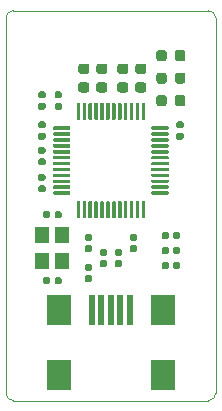
<source format=gbr>
%TF.GenerationSoftware,KiCad,Pcbnew,5.1.6+dfsg1-1~bpo10+1*%
%TF.CreationDate,2020-07-08T21:11:21+00:00*%
%TF.ProjectId,ProMicro_UART,50726f4d-6963-4726-9f5f-554152542e6b,v2*%
%TF.SameCoordinates,Original*%
%TF.FileFunction,Paste,Top*%
%TF.FilePolarity,Positive*%
%FSLAX45Y45*%
G04 Gerber Fmt 4.5, Leading zero omitted, Abs format (unit mm)*
G04 Created by KiCad (PCBNEW 5.1.6+dfsg1-1~bpo10+1) date 2020-07-08 21:11:21*
%MOMM*%
%LPD*%
G01*
G04 APERTURE LIST*
%TA.AperFunction,Profile*%
%ADD10C,0.100000*%
%TD*%
%ADD11R,1.200000X1.400000*%
%ADD12R,0.500000X2.500000*%
%ADD13R,2.000000X2.500000*%
G04 APERTURE END LIST*
D10*
X-1651000Y3111500D02*
X-1651000Y-63500D01*
X127000Y3111500D02*
X127000Y-63500D01*
X-1587500Y-127000D02*
G75*
G02*
X-1651000Y-63500I0J63500D01*
G01*
X127000Y-63500D02*
G75*
G02*
X63500Y-127000I-63500J0D01*
G01*
X63500Y3175000D02*
G75*
G02*
X127000Y3111500I0J-63500D01*
G01*
X-1651000Y3111500D02*
G75*
G02*
X-1587500Y3175000I63500J0D01*
G01*
X63500Y-127000D02*
X-1587500Y-127000D01*
X-1587500Y3175000D02*
X63500Y3175000D01*
G36*
G01*
X-634775Y2638500D02*
X-686025Y2638500D01*
G75*
G02*
X-707900Y2660375I0J21875D01*
G01*
X-707900Y2704125D01*
G75*
G02*
X-686025Y2726000I21875J0D01*
G01*
X-634775Y2726000D01*
G75*
G02*
X-612900Y2704125I0J-21875D01*
G01*
X-612900Y2660375D01*
G75*
G02*
X-634775Y2638500I-21875J0D01*
G01*
G37*
G36*
G01*
X-634775Y2481000D02*
X-686025Y2481000D01*
G75*
G02*
X-707900Y2502875I0J21875D01*
G01*
X-707900Y2546625D01*
G75*
G02*
X-686025Y2568500I21875J0D01*
G01*
X-634775Y2568500D01*
G75*
G02*
X-612900Y2546625I0J-21875D01*
G01*
X-612900Y2502875D01*
G75*
G02*
X-634775Y2481000I-21875J0D01*
G01*
G37*
G36*
G01*
X-482375Y2638500D02*
X-533625Y2638500D01*
G75*
G02*
X-555500Y2660375I0J21875D01*
G01*
X-555500Y2704125D01*
G75*
G02*
X-533625Y2726000I21875J0D01*
G01*
X-482375Y2726000D01*
G75*
G02*
X-460500Y2704125I0J-21875D01*
G01*
X-460500Y2660375D01*
G75*
G02*
X-482375Y2638500I-21875J0D01*
G01*
G37*
G36*
G01*
X-482375Y2481000D02*
X-533625Y2481000D01*
G75*
G02*
X-555500Y2502875I0J21875D01*
G01*
X-555500Y2546625D01*
G75*
G02*
X-533625Y2568500I21875J0D01*
G01*
X-482375Y2568500D01*
G75*
G02*
X-460500Y2546625I0J-21875D01*
G01*
X-460500Y2502875D01*
G75*
G02*
X-482375Y2481000I-21875J0D01*
G01*
G37*
G36*
G01*
X-812575Y2638500D02*
X-863825Y2638500D01*
G75*
G02*
X-885700Y2660375I0J21875D01*
G01*
X-885700Y2704125D01*
G75*
G02*
X-863825Y2726000I21875J0D01*
G01*
X-812575Y2726000D01*
G75*
G02*
X-790700Y2704125I0J-21875D01*
G01*
X-790700Y2660375D01*
G75*
G02*
X-812575Y2638500I-21875J0D01*
G01*
G37*
G36*
G01*
X-812575Y2481000D02*
X-863825Y2481000D01*
G75*
G02*
X-885700Y2502875I0J21875D01*
G01*
X-885700Y2546625D01*
G75*
G02*
X-863825Y2568500I21875J0D01*
G01*
X-812575Y2568500D01*
G75*
G02*
X-790700Y2546625I0J-21875D01*
G01*
X-790700Y2502875D01*
G75*
G02*
X-812575Y2481000I-21875J0D01*
G01*
G37*
G36*
G01*
X-1016225Y2568500D02*
X-964975Y2568500D01*
G75*
G02*
X-943100Y2546625I0J-21875D01*
G01*
X-943100Y2502875D01*
G75*
G02*
X-964975Y2481000I-21875J0D01*
G01*
X-1016225Y2481000D01*
G75*
G02*
X-1038100Y2502875I0J21875D01*
G01*
X-1038100Y2546625D01*
G75*
G02*
X-1016225Y2568500I21875J0D01*
G01*
G37*
G36*
G01*
X-1016225Y2726000D02*
X-964975Y2726000D01*
G75*
G02*
X-943100Y2704125I0J-21875D01*
G01*
X-943100Y2660375D01*
G75*
G02*
X-964975Y2638500I-21875J0D01*
G01*
X-1016225Y2638500D01*
G75*
G02*
X-1038100Y2660375I0J21875D01*
G01*
X-1038100Y2704125D01*
G75*
G02*
X-1016225Y2726000I21875J0D01*
G01*
G37*
D11*
X-1342300Y1058400D03*
X-1342300Y1278400D03*
X-1172300Y1278400D03*
X-1172300Y1058400D03*
G36*
G01*
X-1112000Y1615000D02*
X-1244500Y1615000D01*
G75*
G02*
X-1252000Y1622500I0J7500D01*
G01*
X-1252000Y1637500D01*
G75*
G02*
X-1244500Y1645000I7500J0D01*
G01*
X-1112000Y1645000D01*
G75*
G02*
X-1104500Y1637500I0J-7500D01*
G01*
X-1104500Y1622500D01*
G75*
G02*
X-1112000Y1615000I-7500J0D01*
G01*
G37*
G36*
G01*
X-1112000Y1665000D02*
X-1244500Y1665000D01*
G75*
G02*
X-1252000Y1672500I0J7500D01*
G01*
X-1252000Y1687500D01*
G75*
G02*
X-1244500Y1695000I7500J0D01*
G01*
X-1112000Y1695000D01*
G75*
G02*
X-1104500Y1687500I0J-7500D01*
G01*
X-1104500Y1672500D01*
G75*
G02*
X-1112000Y1665000I-7500J0D01*
G01*
G37*
G36*
G01*
X-1112000Y1715000D02*
X-1244500Y1715000D01*
G75*
G02*
X-1252000Y1722500I0J7500D01*
G01*
X-1252000Y1737500D01*
G75*
G02*
X-1244500Y1745000I7500J0D01*
G01*
X-1112000Y1745000D01*
G75*
G02*
X-1104500Y1737500I0J-7500D01*
G01*
X-1104500Y1722500D01*
G75*
G02*
X-1112000Y1715000I-7500J0D01*
G01*
G37*
G36*
G01*
X-1112000Y1765000D02*
X-1244500Y1765000D01*
G75*
G02*
X-1252000Y1772500I0J7500D01*
G01*
X-1252000Y1787500D01*
G75*
G02*
X-1244500Y1795000I7500J0D01*
G01*
X-1112000Y1795000D01*
G75*
G02*
X-1104500Y1787500I0J-7500D01*
G01*
X-1104500Y1772500D01*
G75*
G02*
X-1112000Y1765000I-7500J0D01*
G01*
G37*
G36*
G01*
X-1112000Y1815000D02*
X-1244500Y1815000D01*
G75*
G02*
X-1252000Y1822500I0J7500D01*
G01*
X-1252000Y1837500D01*
G75*
G02*
X-1244500Y1845000I7500J0D01*
G01*
X-1112000Y1845000D01*
G75*
G02*
X-1104500Y1837500I0J-7500D01*
G01*
X-1104500Y1822500D01*
G75*
G02*
X-1112000Y1815000I-7500J0D01*
G01*
G37*
G36*
G01*
X-1112000Y1865000D02*
X-1244500Y1865000D01*
G75*
G02*
X-1252000Y1872500I0J7500D01*
G01*
X-1252000Y1887500D01*
G75*
G02*
X-1244500Y1895000I7500J0D01*
G01*
X-1112000Y1895000D01*
G75*
G02*
X-1104500Y1887500I0J-7500D01*
G01*
X-1104500Y1872500D01*
G75*
G02*
X-1112000Y1865000I-7500J0D01*
G01*
G37*
G36*
G01*
X-1112000Y1915000D02*
X-1244500Y1915000D01*
G75*
G02*
X-1252000Y1922500I0J7500D01*
G01*
X-1252000Y1937500D01*
G75*
G02*
X-1244500Y1945000I7500J0D01*
G01*
X-1112000Y1945000D01*
G75*
G02*
X-1104500Y1937500I0J-7500D01*
G01*
X-1104500Y1922500D01*
G75*
G02*
X-1112000Y1915000I-7500J0D01*
G01*
G37*
G36*
G01*
X-1112000Y1965000D02*
X-1244500Y1965000D01*
G75*
G02*
X-1252000Y1972500I0J7500D01*
G01*
X-1252000Y1987500D01*
G75*
G02*
X-1244500Y1995000I7500J0D01*
G01*
X-1112000Y1995000D01*
G75*
G02*
X-1104500Y1987500I0J-7500D01*
G01*
X-1104500Y1972500D01*
G75*
G02*
X-1112000Y1965000I-7500J0D01*
G01*
G37*
G36*
G01*
X-1112000Y2015000D02*
X-1244500Y2015000D01*
G75*
G02*
X-1252000Y2022500I0J7500D01*
G01*
X-1252000Y2037500D01*
G75*
G02*
X-1244500Y2045000I7500J0D01*
G01*
X-1112000Y2045000D01*
G75*
G02*
X-1104500Y2037500I0J-7500D01*
G01*
X-1104500Y2022500D01*
G75*
G02*
X-1112000Y2015000I-7500J0D01*
G01*
G37*
G36*
G01*
X-1112000Y2065000D02*
X-1244500Y2065000D01*
G75*
G02*
X-1252000Y2072500I0J7500D01*
G01*
X-1252000Y2087500D01*
G75*
G02*
X-1244500Y2095000I7500J0D01*
G01*
X-1112000Y2095000D01*
G75*
G02*
X-1104500Y2087500I0J-7500D01*
G01*
X-1104500Y2072500D01*
G75*
G02*
X-1112000Y2065000I-7500J0D01*
G01*
G37*
G36*
G01*
X-1112000Y2115000D02*
X-1244500Y2115000D01*
G75*
G02*
X-1252000Y2122500I0J7500D01*
G01*
X-1252000Y2137500D01*
G75*
G02*
X-1244500Y2145000I7500J0D01*
G01*
X-1112000Y2145000D01*
G75*
G02*
X-1104500Y2137500I0J-7500D01*
G01*
X-1104500Y2122500D01*
G75*
G02*
X-1112000Y2115000I-7500J0D01*
G01*
G37*
G36*
G01*
X-1112000Y2165000D02*
X-1244500Y2165000D01*
G75*
G02*
X-1252000Y2172500I0J7500D01*
G01*
X-1252000Y2187500D01*
G75*
G02*
X-1244500Y2195000I7500J0D01*
G01*
X-1112000Y2195000D01*
G75*
G02*
X-1104500Y2187500I0J-7500D01*
G01*
X-1104500Y2172500D01*
G75*
G02*
X-1112000Y2165000I-7500J0D01*
G01*
G37*
G36*
G01*
X-1029500Y2247500D02*
X-1044500Y2247500D01*
G75*
G02*
X-1052000Y2255000I0J7500D01*
G01*
X-1052000Y2387500D01*
G75*
G02*
X-1044500Y2395000I7500J0D01*
G01*
X-1029500Y2395000D01*
G75*
G02*
X-1022000Y2387500I0J-7500D01*
G01*
X-1022000Y2255000D01*
G75*
G02*
X-1029500Y2247500I-7500J0D01*
G01*
G37*
G36*
G01*
X-979500Y2247500D02*
X-994500Y2247500D01*
G75*
G02*
X-1002000Y2255000I0J7500D01*
G01*
X-1002000Y2387500D01*
G75*
G02*
X-994500Y2395000I7500J0D01*
G01*
X-979500Y2395000D01*
G75*
G02*
X-972000Y2387500I0J-7500D01*
G01*
X-972000Y2255000D01*
G75*
G02*
X-979500Y2247500I-7500J0D01*
G01*
G37*
G36*
G01*
X-929500Y2247500D02*
X-944500Y2247500D01*
G75*
G02*
X-952000Y2255000I0J7500D01*
G01*
X-952000Y2387500D01*
G75*
G02*
X-944500Y2395000I7500J0D01*
G01*
X-929500Y2395000D01*
G75*
G02*
X-922000Y2387500I0J-7500D01*
G01*
X-922000Y2255000D01*
G75*
G02*
X-929500Y2247500I-7500J0D01*
G01*
G37*
G36*
G01*
X-879500Y2247500D02*
X-894500Y2247500D01*
G75*
G02*
X-902000Y2255000I0J7500D01*
G01*
X-902000Y2387500D01*
G75*
G02*
X-894500Y2395000I7500J0D01*
G01*
X-879500Y2395000D01*
G75*
G02*
X-872000Y2387500I0J-7500D01*
G01*
X-872000Y2255000D01*
G75*
G02*
X-879500Y2247500I-7500J0D01*
G01*
G37*
G36*
G01*
X-829500Y2247500D02*
X-844500Y2247500D01*
G75*
G02*
X-852000Y2255000I0J7500D01*
G01*
X-852000Y2387500D01*
G75*
G02*
X-844500Y2395000I7500J0D01*
G01*
X-829500Y2395000D01*
G75*
G02*
X-822000Y2387500I0J-7500D01*
G01*
X-822000Y2255000D01*
G75*
G02*
X-829500Y2247500I-7500J0D01*
G01*
G37*
G36*
G01*
X-779500Y2247500D02*
X-794500Y2247500D01*
G75*
G02*
X-802000Y2255000I0J7500D01*
G01*
X-802000Y2387500D01*
G75*
G02*
X-794500Y2395000I7500J0D01*
G01*
X-779500Y2395000D01*
G75*
G02*
X-772000Y2387500I0J-7500D01*
G01*
X-772000Y2255000D01*
G75*
G02*
X-779500Y2247500I-7500J0D01*
G01*
G37*
G36*
G01*
X-729500Y2247500D02*
X-744500Y2247500D01*
G75*
G02*
X-752000Y2255000I0J7500D01*
G01*
X-752000Y2387500D01*
G75*
G02*
X-744500Y2395000I7500J0D01*
G01*
X-729500Y2395000D01*
G75*
G02*
X-722000Y2387500I0J-7500D01*
G01*
X-722000Y2255000D01*
G75*
G02*
X-729500Y2247500I-7500J0D01*
G01*
G37*
G36*
G01*
X-679500Y2247500D02*
X-694500Y2247500D01*
G75*
G02*
X-702000Y2255000I0J7500D01*
G01*
X-702000Y2387500D01*
G75*
G02*
X-694500Y2395000I7500J0D01*
G01*
X-679500Y2395000D01*
G75*
G02*
X-672000Y2387500I0J-7500D01*
G01*
X-672000Y2255000D01*
G75*
G02*
X-679500Y2247500I-7500J0D01*
G01*
G37*
G36*
G01*
X-629500Y2247500D02*
X-644500Y2247500D01*
G75*
G02*
X-652000Y2255000I0J7500D01*
G01*
X-652000Y2387500D01*
G75*
G02*
X-644500Y2395000I7500J0D01*
G01*
X-629500Y2395000D01*
G75*
G02*
X-622000Y2387500I0J-7500D01*
G01*
X-622000Y2255000D01*
G75*
G02*
X-629500Y2247500I-7500J0D01*
G01*
G37*
G36*
G01*
X-579500Y2247500D02*
X-594500Y2247500D01*
G75*
G02*
X-602000Y2255000I0J7500D01*
G01*
X-602000Y2387500D01*
G75*
G02*
X-594500Y2395000I7500J0D01*
G01*
X-579500Y2395000D01*
G75*
G02*
X-572000Y2387500I0J-7500D01*
G01*
X-572000Y2255000D01*
G75*
G02*
X-579500Y2247500I-7500J0D01*
G01*
G37*
G36*
G01*
X-529500Y2247500D02*
X-544500Y2247500D01*
G75*
G02*
X-552000Y2255000I0J7500D01*
G01*
X-552000Y2387500D01*
G75*
G02*
X-544500Y2395000I7500J0D01*
G01*
X-529500Y2395000D01*
G75*
G02*
X-522000Y2387500I0J-7500D01*
G01*
X-522000Y2255000D01*
G75*
G02*
X-529500Y2247500I-7500J0D01*
G01*
G37*
G36*
G01*
X-479500Y2247500D02*
X-494500Y2247500D01*
G75*
G02*
X-502000Y2255000I0J7500D01*
G01*
X-502000Y2387500D01*
G75*
G02*
X-494500Y2395000I7500J0D01*
G01*
X-479500Y2395000D01*
G75*
G02*
X-472000Y2387500I0J-7500D01*
G01*
X-472000Y2255000D01*
G75*
G02*
X-479500Y2247500I-7500J0D01*
G01*
G37*
G36*
G01*
X-279500Y2165000D02*
X-412000Y2165000D01*
G75*
G02*
X-419500Y2172500I0J7500D01*
G01*
X-419500Y2187500D01*
G75*
G02*
X-412000Y2195000I7500J0D01*
G01*
X-279500Y2195000D01*
G75*
G02*
X-272000Y2187500I0J-7500D01*
G01*
X-272000Y2172500D01*
G75*
G02*
X-279500Y2165000I-7500J0D01*
G01*
G37*
G36*
G01*
X-279500Y2115000D02*
X-412000Y2115000D01*
G75*
G02*
X-419500Y2122500I0J7500D01*
G01*
X-419500Y2137500D01*
G75*
G02*
X-412000Y2145000I7500J0D01*
G01*
X-279500Y2145000D01*
G75*
G02*
X-272000Y2137500I0J-7500D01*
G01*
X-272000Y2122500D01*
G75*
G02*
X-279500Y2115000I-7500J0D01*
G01*
G37*
G36*
G01*
X-279500Y2065000D02*
X-412000Y2065000D01*
G75*
G02*
X-419500Y2072500I0J7500D01*
G01*
X-419500Y2087500D01*
G75*
G02*
X-412000Y2095000I7500J0D01*
G01*
X-279500Y2095000D01*
G75*
G02*
X-272000Y2087500I0J-7500D01*
G01*
X-272000Y2072500D01*
G75*
G02*
X-279500Y2065000I-7500J0D01*
G01*
G37*
G36*
G01*
X-279500Y2015000D02*
X-412000Y2015000D01*
G75*
G02*
X-419500Y2022500I0J7500D01*
G01*
X-419500Y2037500D01*
G75*
G02*
X-412000Y2045000I7500J0D01*
G01*
X-279500Y2045000D01*
G75*
G02*
X-272000Y2037500I0J-7500D01*
G01*
X-272000Y2022500D01*
G75*
G02*
X-279500Y2015000I-7500J0D01*
G01*
G37*
G36*
G01*
X-279500Y1965000D02*
X-412000Y1965000D01*
G75*
G02*
X-419500Y1972500I0J7500D01*
G01*
X-419500Y1987500D01*
G75*
G02*
X-412000Y1995000I7500J0D01*
G01*
X-279500Y1995000D01*
G75*
G02*
X-272000Y1987500I0J-7500D01*
G01*
X-272000Y1972500D01*
G75*
G02*
X-279500Y1965000I-7500J0D01*
G01*
G37*
G36*
G01*
X-279500Y1915000D02*
X-412000Y1915000D01*
G75*
G02*
X-419500Y1922500I0J7500D01*
G01*
X-419500Y1937500D01*
G75*
G02*
X-412000Y1945000I7500J0D01*
G01*
X-279500Y1945000D01*
G75*
G02*
X-272000Y1937500I0J-7500D01*
G01*
X-272000Y1922500D01*
G75*
G02*
X-279500Y1915000I-7500J0D01*
G01*
G37*
G36*
G01*
X-279500Y1865000D02*
X-412000Y1865000D01*
G75*
G02*
X-419500Y1872500I0J7500D01*
G01*
X-419500Y1887500D01*
G75*
G02*
X-412000Y1895000I7500J0D01*
G01*
X-279500Y1895000D01*
G75*
G02*
X-272000Y1887500I0J-7500D01*
G01*
X-272000Y1872500D01*
G75*
G02*
X-279500Y1865000I-7500J0D01*
G01*
G37*
G36*
G01*
X-279500Y1815000D02*
X-412000Y1815000D01*
G75*
G02*
X-419500Y1822500I0J7500D01*
G01*
X-419500Y1837500D01*
G75*
G02*
X-412000Y1845000I7500J0D01*
G01*
X-279500Y1845000D01*
G75*
G02*
X-272000Y1837500I0J-7500D01*
G01*
X-272000Y1822500D01*
G75*
G02*
X-279500Y1815000I-7500J0D01*
G01*
G37*
G36*
G01*
X-279500Y1765000D02*
X-412000Y1765000D01*
G75*
G02*
X-419500Y1772500I0J7500D01*
G01*
X-419500Y1787500D01*
G75*
G02*
X-412000Y1795000I7500J0D01*
G01*
X-279500Y1795000D01*
G75*
G02*
X-272000Y1787500I0J-7500D01*
G01*
X-272000Y1772500D01*
G75*
G02*
X-279500Y1765000I-7500J0D01*
G01*
G37*
G36*
G01*
X-279500Y1715000D02*
X-412000Y1715000D01*
G75*
G02*
X-419500Y1722500I0J7500D01*
G01*
X-419500Y1737500D01*
G75*
G02*
X-412000Y1745000I7500J0D01*
G01*
X-279500Y1745000D01*
G75*
G02*
X-272000Y1737500I0J-7500D01*
G01*
X-272000Y1722500D01*
G75*
G02*
X-279500Y1715000I-7500J0D01*
G01*
G37*
G36*
G01*
X-279500Y1665000D02*
X-412000Y1665000D01*
G75*
G02*
X-419500Y1672500I0J7500D01*
G01*
X-419500Y1687500D01*
G75*
G02*
X-412000Y1695000I7500J0D01*
G01*
X-279500Y1695000D01*
G75*
G02*
X-272000Y1687500I0J-7500D01*
G01*
X-272000Y1672500D01*
G75*
G02*
X-279500Y1665000I-7500J0D01*
G01*
G37*
G36*
G01*
X-279500Y1615000D02*
X-412000Y1615000D01*
G75*
G02*
X-419500Y1622500I0J7500D01*
G01*
X-419500Y1637500D01*
G75*
G02*
X-412000Y1645000I7500J0D01*
G01*
X-279500Y1645000D01*
G75*
G02*
X-272000Y1637500I0J-7500D01*
G01*
X-272000Y1622500D01*
G75*
G02*
X-279500Y1615000I-7500J0D01*
G01*
G37*
G36*
G01*
X-479500Y1415000D02*
X-494500Y1415000D01*
G75*
G02*
X-502000Y1422500I0J7500D01*
G01*
X-502000Y1555000D01*
G75*
G02*
X-494500Y1562500I7500J0D01*
G01*
X-479500Y1562500D01*
G75*
G02*
X-472000Y1555000I0J-7500D01*
G01*
X-472000Y1422500D01*
G75*
G02*
X-479500Y1415000I-7500J0D01*
G01*
G37*
G36*
G01*
X-529500Y1415000D02*
X-544500Y1415000D01*
G75*
G02*
X-552000Y1422500I0J7500D01*
G01*
X-552000Y1555000D01*
G75*
G02*
X-544500Y1562500I7500J0D01*
G01*
X-529500Y1562500D01*
G75*
G02*
X-522000Y1555000I0J-7500D01*
G01*
X-522000Y1422500D01*
G75*
G02*
X-529500Y1415000I-7500J0D01*
G01*
G37*
G36*
G01*
X-579500Y1415000D02*
X-594500Y1415000D01*
G75*
G02*
X-602000Y1422500I0J7500D01*
G01*
X-602000Y1555000D01*
G75*
G02*
X-594500Y1562500I7500J0D01*
G01*
X-579500Y1562500D01*
G75*
G02*
X-572000Y1555000I0J-7500D01*
G01*
X-572000Y1422500D01*
G75*
G02*
X-579500Y1415000I-7500J0D01*
G01*
G37*
G36*
G01*
X-629500Y1415000D02*
X-644500Y1415000D01*
G75*
G02*
X-652000Y1422500I0J7500D01*
G01*
X-652000Y1555000D01*
G75*
G02*
X-644500Y1562500I7500J0D01*
G01*
X-629500Y1562500D01*
G75*
G02*
X-622000Y1555000I0J-7500D01*
G01*
X-622000Y1422500D01*
G75*
G02*
X-629500Y1415000I-7500J0D01*
G01*
G37*
G36*
G01*
X-679500Y1415000D02*
X-694500Y1415000D01*
G75*
G02*
X-702000Y1422500I0J7500D01*
G01*
X-702000Y1555000D01*
G75*
G02*
X-694500Y1562500I7500J0D01*
G01*
X-679500Y1562500D01*
G75*
G02*
X-672000Y1555000I0J-7500D01*
G01*
X-672000Y1422500D01*
G75*
G02*
X-679500Y1415000I-7500J0D01*
G01*
G37*
G36*
G01*
X-729500Y1415000D02*
X-744500Y1415000D01*
G75*
G02*
X-752000Y1422500I0J7500D01*
G01*
X-752000Y1555000D01*
G75*
G02*
X-744500Y1562500I7500J0D01*
G01*
X-729500Y1562500D01*
G75*
G02*
X-722000Y1555000I0J-7500D01*
G01*
X-722000Y1422500D01*
G75*
G02*
X-729500Y1415000I-7500J0D01*
G01*
G37*
G36*
G01*
X-779500Y1415000D02*
X-794500Y1415000D01*
G75*
G02*
X-802000Y1422500I0J7500D01*
G01*
X-802000Y1555000D01*
G75*
G02*
X-794500Y1562500I7500J0D01*
G01*
X-779500Y1562500D01*
G75*
G02*
X-772000Y1555000I0J-7500D01*
G01*
X-772000Y1422500D01*
G75*
G02*
X-779500Y1415000I-7500J0D01*
G01*
G37*
G36*
G01*
X-829500Y1415000D02*
X-844500Y1415000D01*
G75*
G02*
X-852000Y1422500I0J7500D01*
G01*
X-852000Y1555000D01*
G75*
G02*
X-844500Y1562500I7500J0D01*
G01*
X-829500Y1562500D01*
G75*
G02*
X-822000Y1555000I0J-7500D01*
G01*
X-822000Y1422500D01*
G75*
G02*
X-829500Y1415000I-7500J0D01*
G01*
G37*
G36*
G01*
X-879500Y1415000D02*
X-894500Y1415000D01*
G75*
G02*
X-902000Y1422500I0J7500D01*
G01*
X-902000Y1555000D01*
G75*
G02*
X-894500Y1562500I7500J0D01*
G01*
X-879500Y1562500D01*
G75*
G02*
X-872000Y1555000I0J-7500D01*
G01*
X-872000Y1422500D01*
G75*
G02*
X-879500Y1415000I-7500J0D01*
G01*
G37*
G36*
G01*
X-929500Y1415000D02*
X-944500Y1415000D01*
G75*
G02*
X-952000Y1422500I0J7500D01*
G01*
X-952000Y1555000D01*
G75*
G02*
X-944500Y1562500I7500J0D01*
G01*
X-929500Y1562500D01*
G75*
G02*
X-922000Y1555000I0J-7500D01*
G01*
X-922000Y1422500D01*
G75*
G02*
X-929500Y1415000I-7500J0D01*
G01*
G37*
G36*
G01*
X-979500Y1415000D02*
X-994500Y1415000D01*
G75*
G02*
X-1002000Y1422500I0J7500D01*
G01*
X-1002000Y1555000D01*
G75*
G02*
X-994500Y1562500I7500J0D01*
G01*
X-979500Y1562500D01*
G75*
G02*
X-972000Y1555000I0J-7500D01*
G01*
X-972000Y1422500D01*
G75*
G02*
X-979500Y1415000I-7500J0D01*
G01*
G37*
G36*
G01*
X-1029500Y1415000D02*
X-1044500Y1415000D01*
G75*
G02*
X-1052000Y1422500I0J7500D01*
G01*
X-1052000Y1555000D01*
G75*
G02*
X-1044500Y1562500I7500J0D01*
G01*
X-1029500Y1562500D01*
G75*
G02*
X-1022000Y1555000I0J-7500D01*
G01*
X-1022000Y1422500D01*
G75*
G02*
X-1029500Y1415000I-7500J0D01*
G01*
G37*
G36*
G01*
X-969750Y1187500D02*
X-935250Y1187500D01*
G75*
G02*
X-920500Y1172750I0J-14750D01*
G01*
X-920500Y1143250D01*
G75*
G02*
X-935250Y1128500I-14750J0D01*
G01*
X-969750Y1128500D01*
G75*
G02*
X-984500Y1143250I0J14750D01*
G01*
X-984500Y1172750D01*
G75*
G02*
X-969750Y1187500I14750J0D01*
G01*
G37*
G36*
G01*
X-969750Y1284500D02*
X-935250Y1284500D01*
G75*
G02*
X-920500Y1269750I0J-14750D01*
G01*
X-920500Y1240250D01*
G75*
G02*
X-935250Y1225500I-14750J0D01*
G01*
X-969750Y1225500D01*
G75*
G02*
X-984500Y1240250I0J14750D01*
G01*
X-984500Y1269750D01*
G75*
G02*
X-969750Y1284500I14750J0D01*
G01*
G37*
G36*
G01*
X-1189250Y2432000D02*
X-1223750Y2432000D01*
G75*
G02*
X-1238500Y2446750I0J14750D01*
G01*
X-1238500Y2476250D01*
G75*
G02*
X-1223750Y2491000I14750J0D01*
G01*
X-1189250Y2491000D01*
G75*
G02*
X-1174500Y2476250I0J-14750D01*
G01*
X-1174500Y2446750D01*
G75*
G02*
X-1189250Y2432000I-14750J0D01*
G01*
G37*
G36*
G01*
X-1189250Y2335000D02*
X-1223750Y2335000D01*
G75*
G02*
X-1238500Y2349750I0J14750D01*
G01*
X-1238500Y2379250D01*
G75*
G02*
X-1223750Y2394000I14750J0D01*
G01*
X-1189250Y2394000D01*
G75*
G02*
X-1174500Y2379250I0J-14750D01*
G01*
X-1174500Y2349750D01*
G75*
G02*
X-1189250Y2335000I-14750J0D01*
G01*
G37*
G36*
G01*
X-1328950Y2432000D02*
X-1363450Y2432000D01*
G75*
G02*
X-1378200Y2446750I0J14750D01*
G01*
X-1378200Y2476250D01*
G75*
G02*
X-1363450Y2491000I14750J0D01*
G01*
X-1328950Y2491000D01*
G75*
G02*
X-1314200Y2476250I0J-14750D01*
G01*
X-1314200Y2446750D01*
G75*
G02*
X-1328950Y2432000I-14750J0D01*
G01*
G37*
G36*
G01*
X-1328950Y2335000D02*
X-1363450Y2335000D01*
G75*
G02*
X-1378200Y2349750I0J14750D01*
G01*
X-1378200Y2379250D01*
G75*
G02*
X-1363450Y2394000I14750J0D01*
G01*
X-1328950Y2394000D01*
G75*
G02*
X-1314200Y2379250I0J-14750D01*
G01*
X-1314200Y2349750D01*
G75*
G02*
X-1328950Y2335000I-14750J0D01*
G01*
G37*
G36*
G01*
X-273000Y1160250D02*
X-273000Y1125750D01*
G75*
G02*
X-287750Y1111000I-14750J0D01*
G01*
X-317250Y1111000D01*
G75*
G02*
X-332000Y1125750I0J14750D01*
G01*
X-332000Y1160250D01*
G75*
G02*
X-317250Y1175000I14750J0D01*
G01*
X-287750Y1175000D01*
G75*
G02*
X-273000Y1160250I0J-14750D01*
G01*
G37*
G36*
G01*
X-176000Y1160250D02*
X-176000Y1125750D01*
G75*
G02*
X-190750Y1111000I-14750J0D01*
G01*
X-220250Y1111000D01*
G75*
G02*
X-235000Y1125750I0J14750D01*
G01*
X-235000Y1160250D01*
G75*
G02*
X-220250Y1175000I14750J0D01*
G01*
X-190750Y1175000D01*
G75*
G02*
X-176000Y1160250I0J-14750D01*
G01*
G37*
G36*
G01*
X-935250Y971500D02*
X-969750Y971500D01*
G75*
G02*
X-984500Y986250I0J14750D01*
G01*
X-984500Y1015750D01*
G75*
G02*
X-969750Y1030500I14750J0D01*
G01*
X-935250Y1030500D01*
G75*
G02*
X-920500Y1015750I0J-14750D01*
G01*
X-920500Y986250D01*
G75*
G02*
X-935250Y971500I-14750J0D01*
G01*
G37*
G36*
G01*
X-935250Y874500D02*
X-969750Y874500D01*
G75*
G02*
X-984500Y889250I0J14750D01*
G01*
X-984500Y918750D01*
G75*
G02*
X-969750Y933500I14750J0D01*
G01*
X-935250Y933500D01*
G75*
G02*
X-920500Y918750I0J-14750D01*
G01*
X-920500Y889250D01*
G75*
G02*
X-935250Y874500I-14750J0D01*
G01*
G37*
G36*
G01*
X-1363450Y1924100D02*
X-1328950Y1924100D01*
G75*
G02*
X-1314200Y1909350I0J-14750D01*
G01*
X-1314200Y1879850D01*
G75*
G02*
X-1328950Y1865100I-14750J0D01*
G01*
X-1363450Y1865100D01*
G75*
G02*
X-1378200Y1879850I0J14750D01*
G01*
X-1378200Y1909350D01*
G75*
G02*
X-1363450Y1924100I14750J0D01*
G01*
G37*
G36*
G01*
X-1363450Y2021100D02*
X-1328950Y2021100D01*
G75*
G02*
X-1314200Y2006350I0J-14750D01*
G01*
X-1314200Y1976850D01*
G75*
G02*
X-1328950Y1962100I-14750J0D01*
G01*
X-1363450Y1962100D01*
G75*
G02*
X-1378200Y1976850I0J14750D01*
G01*
X-1378200Y2006350D01*
G75*
G02*
X-1363450Y2021100I14750J0D01*
G01*
G37*
G36*
G01*
X-1276300Y906250D02*
X-1276300Y871750D01*
G75*
G02*
X-1291050Y857000I-14750J0D01*
G01*
X-1320550Y857000D01*
G75*
G02*
X-1335300Y871750I0J14750D01*
G01*
X-1335300Y906250D01*
G75*
G02*
X-1320550Y921000I14750J0D01*
G01*
X-1291050Y921000D01*
G75*
G02*
X-1276300Y906250I0J-14750D01*
G01*
G37*
G36*
G01*
X-1179300Y906250D02*
X-1179300Y871750D01*
G75*
G02*
X-1194050Y857000I-14750J0D01*
G01*
X-1223550Y857000D01*
G75*
G02*
X-1238300Y871750I0J14750D01*
G01*
X-1238300Y906250D01*
G75*
G02*
X-1223550Y921000I14750J0D01*
G01*
X-1194050Y921000D01*
G75*
G02*
X-1179300Y906250I0J-14750D01*
G01*
G37*
G36*
G01*
X-1238300Y1430550D02*
X-1238300Y1465050D01*
G75*
G02*
X-1223550Y1479800I14750J0D01*
G01*
X-1194050Y1479800D01*
G75*
G02*
X-1179300Y1465050I0J-14750D01*
G01*
X-1179300Y1430550D01*
G75*
G02*
X-1194050Y1415800I-14750J0D01*
G01*
X-1223550Y1415800D01*
G75*
G02*
X-1238300Y1430550I0J14750D01*
G01*
G37*
G36*
G01*
X-1335300Y1430550D02*
X-1335300Y1465050D01*
G75*
G02*
X-1320550Y1479800I14750J0D01*
G01*
X-1291050Y1479800D01*
G75*
G02*
X-1276300Y1465050I0J-14750D01*
G01*
X-1276300Y1430550D01*
G75*
G02*
X-1291050Y1415800I-14750J0D01*
G01*
X-1320550Y1415800D01*
G75*
G02*
X-1335300Y1430550I0J14750D01*
G01*
G37*
G36*
G01*
X-554250Y1225500D02*
X-588750Y1225500D01*
G75*
G02*
X-603500Y1240250I0J14750D01*
G01*
X-603500Y1269750D01*
G75*
G02*
X-588750Y1284500I14750J0D01*
G01*
X-554250Y1284500D01*
G75*
G02*
X-539500Y1269750I0J-14750D01*
G01*
X-539500Y1240250D01*
G75*
G02*
X-554250Y1225500I-14750J0D01*
G01*
G37*
G36*
G01*
X-554250Y1128500D02*
X-588750Y1128500D01*
G75*
G02*
X-603500Y1143250I0J14750D01*
G01*
X-603500Y1172750D01*
G75*
G02*
X-588750Y1187500I14750J0D01*
G01*
X-554250Y1187500D01*
G75*
G02*
X-539500Y1172750I0J-14750D01*
G01*
X-539500Y1143250D01*
G75*
G02*
X-554250Y1128500I-14750J0D01*
G01*
G37*
G36*
G01*
X-1328950Y1733500D02*
X-1363450Y1733500D01*
G75*
G02*
X-1378200Y1748250I0J14750D01*
G01*
X-1378200Y1777750D01*
G75*
G02*
X-1363450Y1792500I14750J0D01*
G01*
X-1328950Y1792500D01*
G75*
G02*
X-1314200Y1777750I0J-14750D01*
G01*
X-1314200Y1748250D01*
G75*
G02*
X-1328950Y1733500I-14750J0D01*
G01*
G37*
G36*
G01*
X-1328950Y1636500D02*
X-1363450Y1636500D01*
G75*
G02*
X-1378200Y1651250I0J14750D01*
G01*
X-1378200Y1680750D01*
G75*
G02*
X-1363450Y1695500I14750J0D01*
G01*
X-1328950Y1695500D01*
G75*
G02*
X-1314200Y1680750I0J-14750D01*
G01*
X-1314200Y1651250D01*
G75*
G02*
X-1328950Y1636500I-14750J0D01*
G01*
G37*
G36*
G01*
X-1328950Y2178000D02*
X-1363450Y2178000D01*
G75*
G02*
X-1378200Y2192750I0J14750D01*
G01*
X-1378200Y2222250D01*
G75*
G02*
X-1363450Y2237000I14750J0D01*
G01*
X-1328950Y2237000D01*
G75*
G02*
X-1314200Y2222250I0J-14750D01*
G01*
X-1314200Y2192750D01*
G75*
G02*
X-1328950Y2178000I-14750J0D01*
G01*
G37*
G36*
G01*
X-1328950Y2081000D02*
X-1363450Y2081000D01*
G75*
G02*
X-1378200Y2095750I0J14750D01*
G01*
X-1378200Y2125250D01*
G75*
G02*
X-1363450Y2140000I14750J0D01*
G01*
X-1328950Y2140000D01*
G75*
G02*
X-1314200Y2125250I0J-14750D01*
G01*
X-1314200Y2095750D01*
G75*
G02*
X-1328950Y2081000I-14750J0D01*
G01*
G37*
G36*
G01*
X-842750Y1060500D02*
X-808250Y1060500D01*
G75*
G02*
X-793500Y1045750I0J-14750D01*
G01*
X-793500Y1016250D01*
G75*
G02*
X-808250Y1001500I-14750J0D01*
G01*
X-842750Y1001500D01*
G75*
G02*
X-857500Y1016250I0J14750D01*
G01*
X-857500Y1045750D01*
G75*
G02*
X-842750Y1060500I14750J0D01*
G01*
G37*
G36*
G01*
X-842750Y1157500D02*
X-808250Y1157500D01*
G75*
G02*
X-793500Y1142750I0J-14750D01*
G01*
X-793500Y1113250D01*
G75*
G02*
X-808250Y1098500I-14750J0D01*
G01*
X-842750Y1098500D01*
G75*
G02*
X-857500Y1113250I0J14750D01*
G01*
X-857500Y1142750D01*
G75*
G02*
X-842750Y1157500I14750J0D01*
G01*
G37*
G36*
G01*
X-715750Y1060500D02*
X-681250Y1060500D01*
G75*
G02*
X-666500Y1045750I0J-14750D01*
G01*
X-666500Y1016250D01*
G75*
G02*
X-681250Y1001500I-14750J0D01*
G01*
X-715750Y1001500D01*
G75*
G02*
X-730500Y1016250I0J14750D01*
G01*
X-730500Y1045750D01*
G75*
G02*
X-715750Y1060500I14750J0D01*
G01*
G37*
G36*
G01*
X-715750Y1157500D02*
X-681250Y1157500D01*
G75*
G02*
X-666500Y1142750I0J-14750D01*
G01*
X-666500Y1113250D01*
G75*
G02*
X-681250Y1098500I-14750J0D01*
G01*
X-715750Y1098500D01*
G75*
G02*
X-730500Y1113250I0J14750D01*
G01*
X-730500Y1142750D01*
G75*
G02*
X-715750Y1157500I14750J0D01*
G01*
G37*
G36*
G01*
X-273000Y1287250D02*
X-273000Y1252750D01*
G75*
G02*
X-287750Y1238000I-14750J0D01*
G01*
X-317250Y1238000D01*
G75*
G02*
X-332000Y1252750I0J14750D01*
G01*
X-332000Y1287250D01*
G75*
G02*
X-317250Y1302000I14750J0D01*
G01*
X-287750Y1302000D01*
G75*
G02*
X-273000Y1287250I0J-14750D01*
G01*
G37*
G36*
G01*
X-176000Y1287250D02*
X-176000Y1252750D01*
G75*
G02*
X-190750Y1238000I-14750J0D01*
G01*
X-220250Y1238000D01*
G75*
G02*
X-235000Y1252750I0J14750D01*
G01*
X-235000Y1287250D01*
G75*
G02*
X-220250Y1302000I14750J0D01*
G01*
X-190750Y1302000D01*
G75*
G02*
X-176000Y1287250I0J-14750D01*
G01*
G37*
G36*
G01*
X-273000Y1033250D02*
X-273000Y998750D01*
G75*
G02*
X-287750Y984000I-14750J0D01*
G01*
X-317250Y984000D01*
G75*
G02*
X-332000Y998750I0J14750D01*
G01*
X-332000Y1033250D01*
G75*
G02*
X-317250Y1048000I14750J0D01*
G01*
X-287750Y1048000D01*
G75*
G02*
X-273000Y1033250I0J-14750D01*
G01*
G37*
G36*
G01*
X-176000Y1033250D02*
X-176000Y998750D01*
G75*
G02*
X-190750Y984000I-14750J0D01*
G01*
X-220250Y984000D01*
G75*
G02*
X-235000Y998750I0J14750D01*
G01*
X-235000Y1033250D01*
G75*
G02*
X-220250Y1048000I14750J0D01*
G01*
X-190750Y1048000D01*
G75*
G02*
X-176000Y1033250I0J-14750D01*
G01*
G37*
G36*
G01*
X-195050Y2140000D02*
X-160550Y2140000D01*
G75*
G02*
X-145800Y2125250I0J-14750D01*
G01*
X-145800Y2095750D01*
G75*
G02*
X-160550Y2081000I-14750J0D01*
G01*
X-195050Y2081000D01*
G75*
G02*
X-209800Y2095750I0J14750D01*
G01*
X-209800Y2125250D01*
G75*
G02*
X-195050Y2140000I14750J0D01*
G01*
G37*
G36*
G01*
X-195050Y2237000D02*
X-160550Y2237000D01*
G75*
G02*
X-145800Y2222250I0J-14750D01*
G01*
X-145800Y2192750D01*
G75*
G02*
X-160550Y2178000I-14750J0D01*
G01*
X-195050Y2178000D01*
G75*
G02*
X-209800Y2192750I0J14750D01*
G01*
X-209800Y2222250D01*
G75*
G02*
X-195050Y2237000I14750J0D01*
G01*
G37*
D12*
X-602000Y641000D03*
X-682000Y641000D03*
X-762000Y641000D03*
X-842000Y641000D03*
X-922000Y641000D03*
D13*
X-322000Y641000D03*
X-1202000Y641000D03*
X-322000Y91000D03*
X-1202000Y91000D03*
G36*
G01*
X-289000Y2438625D02*
X-289000Y2387375D01*
G75*
G02*
X-310875Y2365500I-21875J0D01*
G01*
X-354625Y2365500D01*
G75*
G02*
X-376500Y2387375I0J21875D01*
G01*
X-376500Y2438625D01*
G75*
G02*
X-354625Y2460500I21875J0D01*
G01*
X-310875Y2460500D01*
G75*
G02*
X-289000Y2438625I0J-21875D01*
G01*
G37*
G36*
G01*
X-131500Y2438625D02*
X-131500Y2387375D01*
G75*
G02*
X-153375Y2365500I-21875J0D01*
G01*
X-197125Y2365500D01*
G75*
G02*
X-219000Y2387375I0J21875D01*
G01*
X-219000Y2438625D01*
G75*
G02*
X-197125Y2460500I21875J0D01*
G01*
X-153375Y2460500D01*
G75*
G02*
X-131500Y2438625I0J-21875D01*
G01*
G37*
G36*
G01*
X-219000Y2577875D02*
X-219000Y2629125D01*
G75*
G02*
X-197125Y2651000I21875J0D01*
G01*
X-153375Y2651000D01*
G75*
G02*
X-131500Y2629125I0J-21875D01*
G01*
X-131500Y2577875D01*
G75*
G02*
X-153375Y2556000I-21875J0D01*
G01*
X-197125Y2556000D01*
G75*
G02*
X-219000Y2577875I0J21875D01*
G01*
G37*
G36*
G01*
X-376500Y2577875D02*
X-376500Y2629125D01*
G75*
G02*
X-354625Y2651000I21875J0D01*
G01*
X-310875Y2651000D01*
G75*
G02*
X-289000Y2629125I0J-21875D01*
G01*
X-289000Y2577875D01*
G75*
G02*
X-310875Y2556000I-21875J0D01*
G01*
X-354625Y2556000D01*
G75*
G02*
X-376500Y2577875I0J21875D01*
G01*
G37*
G36*
G01*
X-219000Y2768375D02*
X-219000Y2819625D01*
G75*
G02*
X-197125Y2841500I21875J0D01*
G01*
X-153375Y2841500D01*
G75*
G02*
X-131500Y2819625I0J-21875D01*
G01*
X-131500Y2768375D01*
G75*
G02*
X-153375Y2746500I-21875J0D01*
G01*
X-197125Y2746500D01*
G75*
G02*
X-219000Y2768375I0J21875D01*
G01*
G37*
G36*
G01*
X-376500Y2768375D02*
X-376500Y2819625D01*
G75*
G02*
X-354625Y2841500I21875J0D01*
G01*
X-310875Y2841500D01*
G75*
G02*
X-289000Y2819625I0J-21875D01*
G01*
X-289000Y2768375D01*
G75*
G02*
X-310875Y2746500I-21875J0D01*
G01*
X-354625Y2746500D01*
G75*
G02*
X-376500Y2768375I0J21875D01*
G01*
G37*
M02*

</source>
